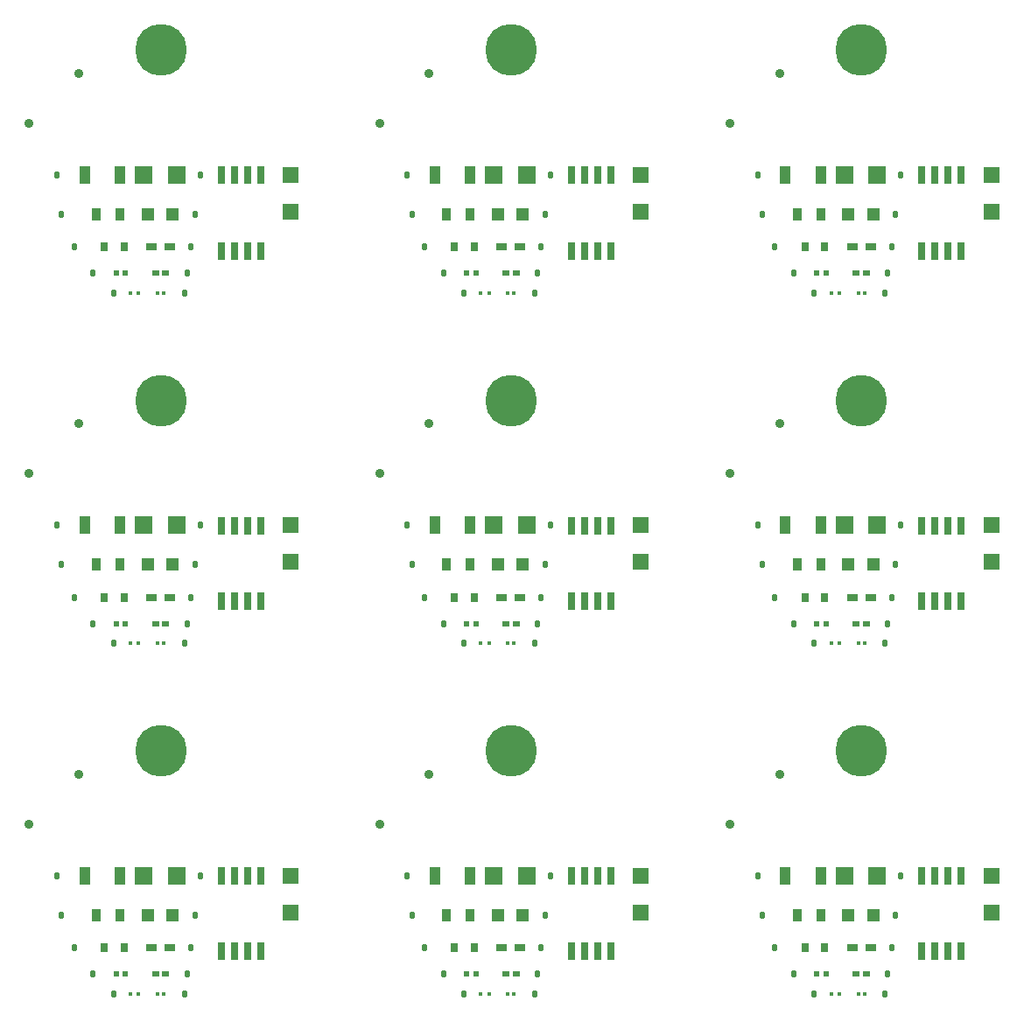
<source format=gts>
%MOIN*%
%OFA0B0*%
%FSLAX46Y46*%
%IPPOS*%
%LPD*%
%ADD10C,0.0039370078740157488*%
%ADD11R,0.015748031496062995X0.015748031496062995*%
%ADD12R,0.027559055118110236X0.023622047244094488*%
%ADD13R,0.066929133858267723X0.0709*%
%ADD14C,0.19685039370078741*%
%ADD15R,0.062992125984251982X0.062992125984251982*%
%ADD16R,0.051181102362204731X0.0472*%
%ADD17R,0.03937007874015748X0.031400000000000004*%
%ADD18R,0.025590551181102365X0.066929133858267723*%
%ADD19O,0.02X0.030000000000000002*%
%ADD20R,0.043307086614173235X0.066929133858267723*%
%ADD21R,0.035433070866141732X0.051181102362204731*%
%ADD22R,0.027559055118110236X0.035433070866141732*%
%ADD23R,0.023622047244094488X0.023622047244094488*%
%ADD24R,0.017716535433070866X0.016929133858267716*%
%ADD25C,0.035433070866141732*%
%ADD36C,0.0039370078740157488*%
%ADD37R,0.015748031496062995X0.015748031496062995*%
%ADD38R,0.027559055118110236X0.023622047244094488*%
%ADD39R,0.066929133858267723X0.0709*%
%ADD40C,0.19685039370078741*%
%ADD41R,0.062992125984251982X0.062992125984251982*%
%ADD42R,0.051181102362204731X0.0472*%
%ADD43R,0.03937007874015748X0.031400000000000004*%
%ADD44R,0.025590551181102365X0.066929133858267723*%
%ADD45O,0.02X0.030000000000000002*%
%ADD46R,0.043307086614173235X0.066929133858267723*%
%ADD47R,0.035433070866141732X0.051181102362204731*%
%ADD48R,0.027559055118110236X0.035433070866141732*%
%ADD49R,0.023622047244094488X0.023622047244094488*%
%ADD50R,0.017716535433070866X0.016929133858267716*%
%ADD51C,0.035433070866141732*%
%ADD52C,0.0039370078740157488*%
%ADD53R,0.015748031496062995X0.015748031496062995*%
%ADD54R,0.027559055118110236X0.023622047244094488*%
%ADD55R,0.066929133858267723X0.0709*%
%ADD56C,0.19685039370078741*%
%ADD57R,0.062992125984251982X0.062992125984251982*%
%ADD58R,0.051181102362204731X0.0472*%
%ADD59R,0.03937007874015748X0.031400000000000004*%
%ADD60R,0.025590551181102365X0.066929133858267723*%
%ADD61O,0.02X0.030000000000000002*%
%ADD62R,0.043307086614173235X0.066929133858267723*%
%ADD63R,0.035433070866141732X0.051181102362204731*%
%ADD64R,0.027559055118110236X0.035433070866141732*%
%ADD65R,0.023622047244094488X0.023622047244094488*%
%ADD66R,0.017716535433070866X0.016929133858267716*%
%ADD67C,0.035433070866141732*%
%ADD68C,0.0039370078740157488*%
%ADD69R,0.015748031496062995X0.015748031496062995*%
%ADD70R,0.027559055118110236X0.023622047244094488*%
%ADD71R,0.066929133858267723X0.0709*%
%ADD72C,0.19685039370078741*%
%ADD73R,0.062992125984251982X0.062992125984251982*%
%ADD74R,0.051181102362204731X0.0472*%
%ADD75R,0.03937007874015748X0.031400000000000004*%
%ADD76R,0.025590551181102365X0.066929133858267723*%
%ADD77O,0.02X0.030000000000000002*%
%ADD78R,0.043307086614173235X0.066929133858267723*%
%ADD79R,0.035433070866141732X0.051181102362204731*%
%ADD80R,0.027559055118110236X0.035433070866141732*%
%ADD81R,0.023622047244094488X0.023622047244094488*%
%ADD82R,0.017716535433070866X0.016929133858267716*%
%ADD83C,0.035433070866141732*%
%ADD84C,0.0039370078740157488*%
%ADD85R,0.015748031496062995X0.015748031496062995*%
%ADD86R,0.027559055118110236X0.023622047244094488*%
%ADD87R,0.066929133858267723X0.0709*%
%ADD88C,0.19685039370078741*%
%ADD89R,0.062992125984251982X0.062992125984251982*%
%ADD90R,0.051181102362204731X0.0472*%
%ADD91R,0.03937007874015748X0.031400000000000004*%
%ADD92R,0.025590551181102365X0.066929133858267723*%
%ADD93O,0.02X0.030000000000000002*%
%ADD94R,0.043307086614173235X0.066929133858267723*%
%ADD95R,0.035433070866141732X0.051181102362204731*%
%ADD96R,0.027559055118110236X0.035433070866141732*%
%ADD97R,0.023622047244094488X0.023622047244094488*%
%ADD98R,0.017716535433070866X0.016929133858267716*%
%ADD99C,0.035433070866141732*%
%ADD100C,0.0039370078740157488*%
%ADD101R,0.015748031496062995X0.015748031496062995*%
%ADD102R,0.027559055118110236X0.023622047244094488*%
%ADD103R,0.066929133858267723X0.0709*%
%ADD104C,0.19685039370078741*%
%ADD105R,0.062992125984251982X0.062992125984251982*%
%ADD106R,0.051181102362204731X0.0472*%
%ADD107R,0.03937007874015748X0.031400000000000004*%
%ADD108R,0.025590551181102365X0.066929133858267723*%
%ADD109O,0.02X0.030000000000000002*%
%ADD110R,0.043307086614173235X0.066929133858267723*%
%ADD111R,0.035433070866141732X0.051181102362204731*%
%ADD112R,0.027559055118110236X0.035433070866141732*%
%ADD113R,0.023622047244094488X0.023622047244094488*%
%ADD114R,0.017716535433070866X0.016929133858267716*%
%ADD115C,0.035433070866141732*%
%ADD116C,0.0039370078740157488*%
%ADD117R,0.015748031496062995X0.015748031496062995*%
%ADD118R,0.027559055118110236X0.023622047244094488*%
%ADD119R,0.066929133858267723X0.0709*%
%ADD120C,0.19685039370078741*%
%ADD121R,0.062992125984251982X0.062992125984251982*%
%ADD122R,0.051181102362204731X0.0472*%
%ADD123R,0.03937007874015748X0.031400000000000004*%
%ADD124R,0.025590551181102365X0.066929133858267723*%
%ADD125O,0.02X0.030000000000000002*%
%ADD126R,0.043307086614173235X0.066929133858267723*%
%ADD127R,0.035433070866141732X0.051181102362204731*%
%ADD128R,0.027559055118110236X0.035433070866141732*%
%ADD129R,0.023622047244094488X0.023622047244094488*%
%ADD130R,0.017716535433070866X0.016929133858267716*%
%ADD131C,0.035433070866141732*%
%ADD132C,0.0039370078740157488*%
%ADD133R,0.015748031496062995X0.015748031496062995*%
%ADD134R,0.027559055118110236X0.023622047244094488*%
%ADD135R,0.066929133858267723X0.0709*%
%ADD136C,0.19685039370078741*%
%ADD137R,0.062992125984251982X0.062992125984251982*%
%ADD138R,0.051181102362204731X0.0472*%
%ADD139R,0.03937007874015748X0.031400000000000004*%
%ADD140R,0.025590551181102365X0.066929133858267723*%
%ADD141O,0.02X0.030000000000000002*%
%ADD142R,0.043307086614173235X0.066929133858267723*%
%ADD143R,0.035433070866141732X0.051181102362204731*%
%ADD144R,0.027559055118110236X0.035433070866141732*%
%ADD145R,0.023622047244094488X0.023622047244094488*%
%ADD146R,0.017716535433070866X0.016929133858267716*%
%ADD147C,0.035433070866141732*%
%ADD148C,0.0039370078740157488*%
%ADD149R,0.015748031496062995X0.015748031496062995*%
%ADD150R,0.027559055118110236X0.023622047244094488*%
%ADD151R,0.066929133858267723X0.0709*%
%ADD152C,0.19685039370078741*%
%ADD153R,0.062992125984251982X0.062992125984251982*%
%ADD154R,0.051181102362204731X0.0472*%
%ADD155R,0.03937007874015748X0.031400000000000004*%
%ADD156R,0.025590551181102365X0.066929133858267723*%
%ADD157O,0.02X0.030000000000000002*%
%ADD158R,0.043307086614173235X0.066929133858267723*%
%ADD159R,0.035433070866141732X0.051181102362204731*%
%ADD160R,0.027559055118110236X0.035433070866141732*%
%ADD161R,0.023622047244094488X0.023622047244094488*%
%ADD162R,0.017716535433070866X0.016929133858267716*%
%ADD163C,0.035433070866141732*%
G01*
D10*
D11*
X-0007591779Y0004208262D02*
X0000596409Y0000133262D03*
X0000620031Y0000133262D03*
D12*
X0000588535Y0000208262D03*
X0000627905Y0000208262D03*
D13*
X0000668220Y0000583262D03*
X0000543220Y0000583262D03*
D14*
X0000608220Y0001058262D03*
D15*
X0001103220Y0000443262D03*
X0001103220Y0000583262D03*
D16*
X0000653220Y0000433262D03*
X0000558220Y0000433262D03*
D17*
X0000643220Y0000308262D03*
X0000573220Y0000308262D03*
D18*
X0000838220Y0000294561D03*
X0000888220Y0000294561D03*
X0000938220Y0000294561D03*
X0000988220Y0000294561D03*
X0000988220Y0000581963D03*
X0000938220Y0000581963D03*
X0000888220Y0000581963D03*
X0000838220Y0000581963D03*
D19*
X0000758220Y0000583262D03*
X0000738220Y0000433262D03*
X0000723220Y0000308262D03*
X0000708220Y0000208262D03*
X0000698220Y0000133262D03*
X0000213220Y0000583262D03*
X0000230720Y0000433262D03*
X0000278220Y0000308262D03*
X0000350720Y0000208262D03*
X0000428220Y0000133262D03*
D20*
X0000453220Y0000583262D03*
X0000318220Y0000583262D03*
D21*
X0000453220Y0000433262D03*
X0000363220Y0000433262D03*
D22*
X0000468220Y0000308262D03*
X0000393220Y0000308262D03*
D23*
X0000473968Y0000208262D03*
X0000438535Y0000208262D03*
D24*
X0000523968Y0000133262D03*
X0000492472Y0000133262D03*
D25*
X0000296315Y0000969471D03*
X0000107011Y0000780167D03*
G04 next file*
G04 #@! TF.FileFunction,Soldermask,Top*
G04 Gerber Fmt 4.6, Leading zero omitted, Abs format (unit mm)*
G04 Created by KiCad (PCBNEW 4.0.7) date 09/05/18 21:08:50*
G01*
G04 APERTURE LIST*
G04 APERTURE END LIST*
D36*
D37*
X-0007591779Y0005542896D02*
X0000596409Y0001467896D03*
X0000620031Y0001467896D03*
D38*
X0000588535Y0001542896D03*
X0000627905Y0001542896D03*
D39*
X0000668220Y0001917896D03*
X0000543220Y0001917896D03*
D40*
X0000608220Y0002392896D03*
D41*
X0001103220Y0001777896D03*
X0001103220Y0001917896D03*
D42*
X0000653220Y0001767896D03*
X0000558220Y0001767896D03*
D43*
X0000643220Y0001642896D03*
X0000573220Y0001642896D03*
D44*
X0000838220Y0001629196D03*
X0000888220Y0001629196D03*
X0000938220Y0001629196D03*
X0000988220Y0001629196D03*
X0000988220Y0001916597D03*
X0000938220Y0001916597D03*
X0000888220Y0001916597D03*
X0000838220Y0001916597D03*
D45*
X0000758220Y0001917896D03*
X0000738220Y0001767896D03*
X0000723220Y0001642896D03*
X0000708220Y0001542896D03*
X0000698220Y0001467896D03*
X0000213220Y0001917896D03*
X0000230720Y0001767896D03*
X0000278220Y0001642896D03*
X0000350720Y0001542896D03*
X0000428220Y0001467896D03*
D46*
X0000453220Y0001917896D03*
X0000318220Y0001917896D03*
D47*
X0000453220Y0001767896D03*
X0000363220Y0001767896D03*
D48*
X0000468220Y0001642896D03*
X0000393220Y0001642896D03*
D49*
X0000473968Y0001542896D03*
X0000438535Y0001542896D03*
D50*
X0000523968Y0001467896D03*
X0000492472Y0001467896D03*
D51*
X0000296315Y0002304105D03*
X0000107011Y0002114801D03*
G04 next file*
G04 #@! TF.FileFunction,Soldermask,Top*
G04 Gerber Fmt 4.6, Leading zero omitted, Abs format (unit mm)*
G04 Created by KiCad (PCBNEW 4.0.7) date 09/05/18 21:08:50*
G01*
G04 APERTURE LIST*
G04 APERTURE END LIST*
D52*
D53*
X-0007591779Y0006877531D02*
X0000596409Y0002802531D03*
X0000620031Y0002802531D03*
D54*
X0000588535Y0002877531D03*
X0000627905Y0002877531D03*
D55*
X0000668220Y0003252531D03*
X0000543220Y0003252531D03*
D56*
X0000608220Y0003727531D03*
D57*
X0001103220Y0003112531D03*
X0001103220Y0003252531D03*
D58*
X0000653220Y0003102531D03*
X0000558220Y0003102531D03*
D59*
X0000643220Y0002977531D03*
X0000573220Y0002977531D03*
D60*
X0000838220Y0002963830D03*
X0000888220Y0002963830D03*
X0000938220Y0002963830D03*
X0000988220Y0002963830D03*
X0000988220Y0003251232D03*
X0000938220Y0003251232D03*
X0000888220Y0003251232D03*
X0000838220Y0003251232D03*
D61*
X0000758220Y0003252531D03*
X0000738220Y0003102531D03*
X0000723220Y0002977531D03*
X0000708220Y0002877531D03*
X0000698220Y0002802531D03*
X0000213220Y0003252531D03*
X0000230720Y0003102531D03*
X0000278220Y0002977531D03*
X0000350720Y0002877531D03*
X0000428220Y0002802531D03*
D62*
X0000453220Y0003252531D03*
X0000318220Y0003252531D03*
D63*
X0000453220Y0003102531D03*
X0000363220Y0003102531D03*
D64*
X0000468220Y0002977531D03*
X0000393220Y0002977531D03*
D65*
X0000473968Y0002877531D03*
X0000438535Y0002877531D03*
D66*
X0000523968Y0002802531D03*
X0000492472Y0002802531D03*
D67*
X0000296315Y0003638740D03*
X0000107011Y0003449436D03*
G04 next file*
G04 #@! TF.FileFunction,Soldermask,Top*
G04 Gerber Fmt 4.6, Leading zero omitted, Abs format (unit mm)*
G04 Created by KiCad (PCBNEW 4.0.7) date 09/05/18 21:08:50*
G01*
G04 APERTURE LIST*
G04 APERTURE END LIST*
D68*
D69*
X-0006257173Y0004208262D02*
X0001931015Y0000133262D03*
X0001954637Y0000133262D03*
D70*
X0001923141Y0000208262D03*
X0001962511Y0000208262D03*
D71*
X0002002826Y0000583262D03*
X0001877826Y0000583262D03*
D72*
X0001942826Y0001058262D03*
D73*
X0002437826Y0000443262D03*
X0002437826Y0000583262D03*
D74*
X0001987826Y0000433262D03*
X0001892826Y0000433262D03*
D75*
X0001977826Y0000308262D03*
X0001907826Y0000308262D03*
D76*
X0002172826Y0000294561D03*
X0002222826Y0000294561D03*
X0002272826Y0000294561D03*
X0002322826Y0000294561D03*
X0002322826Y0000581963D03*
X0002272826Y0000581963D03*
X0002222826Y0000581963D03*
X0002172826Y0000581963D03*
D77*
X0002092826Y0000583262D03*
X0002072826Y0000433262D03*
X0002057826Y0000308262D03*
X0002042826Y0000208262D03*
X0002032826Y0000133262D03*
X0001547826Y0000583262D03*
X0001565326Y0000433262D03*
X0001612826Y0000308262D03*
X0001685326Y0000208262D03*
X0001762826Y0000133262D03*
D78*
X0001787826Y0000583262D03*
X0001652826Y0000583262D03*
D79*
X0001787826Y0000433262D03*
X0001697826Y0000433262D03*
D80*
X0001802826Y0000308262D03*
X0001727826Y0000308262D03*
D81*
X0001808574Y0000208262D03*
X0001773141Y0000208262D03*
D82*
X0001858574Y0000133262D03*
X0001827078Y0000133262D03*
D83*
X0001630921Y0000969471D03*
X0001441617Y0000780167D03*
G04 next file*
G04 #@! TF.FileFunction,Soldermask,Top*
G04 Gerber Fmt 4.6, Leading zero omitted, Abs format (unit mm)*
G04 Created by KiCad (PCBNEW 4.0.7) date 09/05/18 21:08:50*
G01*
G04 APERTURE LIST*
G04 APERTURE END LIST*
D84*
D85*
X-0004922567Y0004208262D02*
X0003265621Y0000133262D03*
X0003289243Y0000133262D03*
D86*
X0003257747Y0000208262D03*
X0003297117Y0000208262D03*
D87*
X0003337432Y0000583262D03*
X0003212432Y0000583262D03*
D88*
X0003277432Y0001058262D03*
D89*
X0003772432Y0000443262D03*
X0003772432Y0000583262D03*
D90*
X0003322432Y0000433262D03*
X0003227432Y0000433262D03*
D91*
X0003312432Y0000308262D03*
X0003242432Y0000308262D03*
D92*
X0003507432Y0000294561D03*
X0003557432Y0000294561D03*
X0003607432Y0000294561D03*
X0003657432Y0000294561D03*
X0003657432Y0000581963D03*
X0003607432Y0000581963D03*
X0003557432Y0000581963D03*
X0003507432Y0000581963D03*
D93*
X0003427432Y0000583262D03*
X0003407432Y0000433262D03*
X0003392432Y0000308262D03*
X0003377432Y0000208262D03*
X0003367432Y0000133262D03*
X0002882432Y0000583262D03*
X0002899932Y0000433262D03*
X0002947432Y0000308262D03*
X0003019932Y0000208262D03*
X0003097432Y0000133262D03*
D94*
X0003122432Y0000583262D03*
X0002987432Y0000583262D03*
D95*
X0003122432Y0000433262D03*
X0003032432Y0000433262D03*
D96*
X0003137432Y0000308262D03*
X0003062432Y0000308262D03*
D97*
X0003143180Y0000208262D03*
X0003107747Y0000208262D03*
D98*
X0003193180Y0000133262D03*
X0003161684Y0000133262D03*
D99*
X0002965528Y0000969471D03*
X0002776223Y0000780167D03*
G04 next file*
G04 #@! TF.FileFunction,Soldermask,Top*
G04 Gerber Fmt 4.6, Leading zero omitted, Abs format (unit mm)*
G04 Created by KiCad (PCBNEW 4.0.7) date 09/05/18 21:08:50*
G01*
G04 APERTURE LIST*
G04 APERTURE END LIST*
D100*
D101*
X-0006257173Y0005542896D02*
X0001931015Y0001467896D03*
X0001954637Y0001467896D03*
D102*
X0001923141Y0001542896D03*
X0001962511Y0001542896D03*
D103*
X0002002826Y0001917896D03*
X0001877826Y0001917896D03*
D104*
X0001942826Y0002392896D03*
D105*
X0002437826Y0001777896D03*
X0002437826Y0001917896D03*
D106*
X0001987826Y0001767896D03*
X0001892826Y0001767896D03*
D107*
X0001977826Y0001642896D03*
X0001907826Y0001642896D03*
D108*
X0002172826Y0001629196D03*
X0002222826Y0001629196D03*
X0002272826Y0001629196D03*
X0002322826Y0001629196D03*
X0002322826Y0001916597D03*
X0002272826Y0001916597D03*
X0002222826Y0001916597D03*
X0002172826Y0001916597D03*
D109*
X0002092826Y0001917896D03*
X0002072826Y0001767896D03*
X0002057826Y0001642896D03*
X0002042826Y0001542896D03*
X0002032826Y0001467896D03*
X0001547826Y0001917896D03*
X0001565326Y0001767896D03*
X0001612826Y0001642896D03*
X0001685326Y0001542896D03*
X0001762826Y0001467896D03*
D110*
X0001787826Y0001917896D03*
X0001652826Y0001917896D03*
D111*
X0001787826Y0001767896D03*
X0001697826Y0001767896D03*
D112*
X0001802826Y0001642896D03*
X0001727826Y0001642896D03*
D113*
X0001808574Y0001542896D03*
X0001773141Y0001542896D03*
D114*
X0001858574Y0001467896D03*
X0001827078Y0001467896D03*
D115*
X0001630921Y0002304105D03*
X0001441617Y0002114801D03*
G04 next file*
G04 #@! TF.FileFunction,Soldermask,Top*
G04 Gerber Fmt 4.6, Leading zero omitted, Abs format (unit mm)*
G04 Created by KiCad (PCBNEW 4.0.7) date 09/05/18 21:08:50*
G01*
G04 APERTURE LIST*
G04 APERTURE END LIST*
D116*
D117*
X-0006257173Y0006877531D02*
X0001931015Y0002802531D03*
X0001954637Y0002802531D03*
D118*
X0001923141Y0002877531D03*
X0001962511Y0002877531D03*
D119*
X0002002826Y0003252531D03*
X0001877826Y0003252531D03*
D120*
X0001942826Y0003727531D03*
D121*
X0002437826Y0003112531D03*
X0002437826Y0003252531D03*
D122*
X0001987826Y0003102531D03*
X0001892826Y0003102531D03*
D123*
X0001977826Y0002977531D03*
X0001907826Y0002977531D03*
D124*
X0002172826Y0002963830D03*
X0002222826Y0002963830D03*
X0002272826Y0002963830D03*
X0002322826Y0002963830D03*
X0002322826Y0003251232D03*
X0002272826Y0003251232D03*
X0002222826Y0003251232D03*
X0002172826Y0003251232D03*
D125*
X0002092826Y0003252531D03*
X0002072826Y0003102531D03*
X0002057826Y0002977531D03*
X0002042826Y0002877531D03*
X0002032826Y0002802531D03*
X0001547826Y0003252531D03*
X0001565326Y0003102531D03*
X0001612826Y0002977531D03*
X0001685326Y0002877531D03*
X0001762826Y0002802531D03*
D126*
X0001787826Y0003252531D03*
X0001652826Y0003252531D03*
D127*
X0001787826Y0003102531D03*
X0001697826Y0003102531D03*
D128*
X0001802826Y0002977531D03*
X0001727826Y0002977531D03*
D129*
X0001808574Y0002877531D03*
X0001773141Y0002877531D03*
D130*
X0001858574Y0002802531D03*
X0001827078Y0002802531D03*
D131*
X0001630921Y0003638740D03*
X0001441617Y0003449436D03*
G04 next file*
G04 #@! TF.FileFunction,Soldermask,Top*
G04 Gerber Fmt 4.6, Leading zero omitted, Abs format (unit mm)*
G04 Created by KiCad (PCBNEW 4.0.7) date 09/05/18 21:08:50*
G01*
G04 APERTURE LIST*
G04 APERTURE END LIST*
D132*
D133*
X-0004922567Y0005542896D02*
X0003265621Y0001467896D03*
X0003289243Y0001467896D03*
D134*
X0003257747Y0001542896D03*
X0003297117Y0001542896D03*
D135*
X0003337432Y0001917896D03*
X0003212432Y0001917896D03*
D136*
X0003277432Y0002392896D03*
D137*
X0003772432Y0001777896D03*
X0003772432Y0001917896D03*
D138*
X0003322432Y0001767896D03*
X0003227432Y0001767896D03*
D139*
X0003312432Y0001642896D03*
X0003242432Y0001642896D03*
D140*
X0003507432Y0001629196D03*
X0003557432Y0001629196D03*
X0003607432Y0001629196D03*
X0003657432Y0001629196D03*
X0003657432Y0001916597D03*
X0003607432Y0001916597D03*
X0003557432Y0001916597D03*
X0003507432Y0001916597D03*
D141*
X0003427432Y0001917896D03*
X0003407432Y0001767896D03*
X0003392432Y0001642896D03*
X0003377432Y0001542896D03*
X0003367432Y0001467896D03*
X0002882432Y0001917896D03*
X0002899932Y0001767896D03*
X0002947432Y0001642896D03*
X0003019932Y0001542896D03*
X0003097432Y0001467896D03*
D142*
X0003122432Y0001917896D03*
X0002987432Y0001917896D03*
D143*
X0003122432Y0001767896D03*
X0003032432Y0001767896D03*
D144*
X0003137432Y0001642896D03*
X0003062432Y0001642896D03*
D145*
X0003143180Y0001542896D03*
X0003107747Y0001542896D03*
D146*
X0003193180Y0001467896D03*
X0003161684Y0001467896D03*
D147*
X0002965528Y0002304105D03*
X0002776223Y0002114801D03*
G04 next file*
G04 #@! TF.FileFunction,Soldermask,Top*
G04 Gerber Fmt 4.6, Leading zero omitted, Abs format (unit mm)*
G04 Created by KiCad (PCBNEW 4.0.7) date 09/05/18 21:08:50*
G01*
G04 APERTURE LIST*
G04 APERTURE END LIST*
D148*
D149*
X-0004922567Y0006877531D02*
X0003265621Y0002802531D03*
X0003289243Y0002802531D03*
D150*
X0003257747Y0002877531D03*
X0003297117Y0002877531D03*
D151*
X0003337432Y0003252531D03*
X0003212432Y0003252531D03*
D152*
X0003277432Y0003727531D03*
D153*
X0003772432Y0003112531D03*
X0003772432Y0003252531D03*
D154*
X0003322432Y0003102531D03*
X0003227432Y0003102531D03*
D155*
X0003312432Y0002977531D03*
X0003242432Y0002977531D03*
D156*
X0003507432Y0002963830D03*
X0003557432Y0002963830D03*
X0003607432Y0002963830D03*
X0003657432Y0002963830D03*
X0003657432Y0003251232D03*
X0003607432Y0003251232D03*
X0003557432Y0003251232D03*
X0003507432Y0003251232D03*
D157*
X0003427432Y0003252531D03*
X0003407432Y0003102531D03*
X0003392432Y0002977531D03*
X0003377432Y0002877531D03*
X0003367432Y0002802531D03*
X0002882432Y0003252531D03*
X0002899932Y0003102531D03*
X0002947432Y0002977531D03*
X0003019932Y0002877531D03*
X0003097432Y0002802531D03*
D158*
X0003122432Y0003252531D03*
X0002987432Y0003252531D03*
D159*
X0003122432Y0003102531D03*
X0003032432Y0003102531D03*
D160*
X0003137432Y0002977531D03*
X0003062432Y0002977531D03*
D161*
X0003143180Y0002877531D03*
X0003107747Y0002877531D03*
D162*
X0003193180Y0002802531D03*
X0003161684Y0002802531D03*
D163*
X0002965528Y0003638740D03*
X0002776223Y0003449436D03*
M02*
</source>
